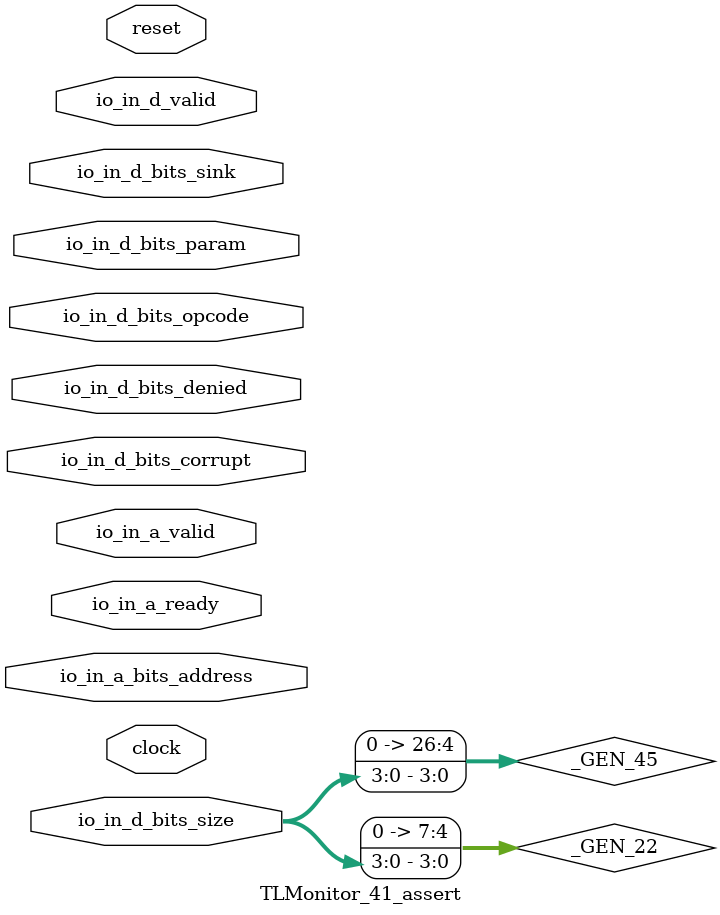
<source format=sv>

`ifndef PRINTF_COND_
  `ifdef PRINTF_COND
    `define PRINTF_COND_ (`PRINTF_COND)
  `else  // PRINTF_COND
    `define PRINTF_COND_ 1
  `endif // PRINTF_COND
`endif // not def PRINTF_COND_

// VCS coverage exclude_file
module TLMonitor_41_assert(
  input [31:0] io_in_a_bits_address,
  input [2:0]  io_in_d_bits_opcode,
  input [3:0]  io_in_d_bits_size,
  input [1:0]  io_in_d_bits_param,
  input        io_in_d_bits_corrupt,
               io_in_d_bits_denied,
               clock,
               reset,
               io_in_a_ready,
               io_in_a_valid,
               io_in_d_valid,
  input [3:0]  io_in_d_bits_sink
);

  wire [31:0] _plusarg_reader_1_out;
  wire [31:0] _plusarg_reader_out;
  wire        _GEN = {io_in_a_bits_address[31:14], ~(io_in_a_bits_address[13:12])} == 20'h0 | {io_in_a_bits_address[31:15], io_in_a_bits_address[13:12]} == 19'h0 | {io_in_a_bits_address[31:17], ~(io_in_a_bits_address[16])} == 16'h0 | {io_in_a_bits_address[31:21], io_in_a_bits_address[20:17] ^ 4'h8, io_in_a_bits_address[15:12]} == 19'h0 | {io_in_a_bits_address[31:26], io_in_a_bits_address[25:16] ^ 10'h200} == 16'h0 | {io_in_a_bits_address[31:26], io_in_a_bits_address[25:12] ^ 14'h2010} == 20'h0 | {io_in_a_bits_address[31:28], ~(io_in_a_bits_address[27:26])} == 6'h0 | {io_in_a_bits_address[31:29], io_in_a_bits_address[28:12] ^ 17'h10020} == 20'h0 | io_in_a_bits_address[31:28] == 4'h8;
  wire        _GEN_0 = io_in_d_bits_opcode != 3'h7;
  wire        d_release_ack = io_in_d_bits_opcode == 3'h6;
  wire        _GEN_1 = io_in_d_bits_param != 2'h3;
  wire        _GEN_2 = io_in_d_bits_param != 2'h2;
  wire        _GEN_3 = ~io_in_d_bits_denied | io_in_d_bits_corrupt;
  wire        _GEN_4 = io_in_d_bits_opcode == 3'h1;
  wire        _a_first_T_1 = io_in_a_ready & io_in_a_valid;
  reg  [7:0]  a_first_counter;
  reg  [2:0]  opcode;
  reg  [2:0]  param;
  reg  [3:0]  size;
  reg         source;
  reg  [31:0] address;
  wire        _GEN_5 = opcode == 3'h4;
  wire        _GEN_6 = size == 4'h6;
  wire        _GEN_7 = io_in_a_bits_address == address;
  reg  [7:0]  d_first_counter;
  reg  [2:0]  opcode_1;
  reg  [1:0]  param_1;
  reg  [3:0]  size_1;
  reg         source_1;
  reg  [3:0]  sink;
  reg         denied;
  wire        _GEN_8 = io_in_d_bits_opcode == opcode_1;
  wire        _GEN_9 = io_in_d_bits_param == param_1;
  wire        _GEN_10 = io_in_d_bits_size == size_1;
  wire        _GEN_11 = io_in_d_bits_sink == sink;
  wire        _GEN_12 = io_in_d_bits_denied == denied;
  reg         inflight;
  reg  [3:0]  inflight_opcodes;
  reg  [7:0]  inflight_sizes;
  reg  [7:0]  a_first_counter_1;
  wire        a_first_1 = a_first_counter_1 == 8'h0;
  reg  [7:0]  d_first_counter_1;
  wire        d_first_1 = d_first_counter_1 == 8'h0;
  wire        _same_cycle_resp_T_1 = io_in_a_valid & a_first_1;
  wire        _GEN_13 = _a_first_T_1 & a_first_1;
  wire        _GEN_14 = io_in_d_valid & d_first_1;
  wire        _GEN_15 = _GEN_14 & ~d_release_ack;
  wire        _GEN_16 = inflight | _same_cycle_resp_T_1;
  wire        _GEN_17 = io_in_d_bits_size == 4'h6;
  wire        _GEN_18 = inflight_opcodes[3:1] == 3'h4 | inflight_opcodes[3:1] == 3'h3 | inflight_opcodes[3:1] == 3'h2;
  wire        _GEN_19 = inflight_opcodes[3:1] == 3'h5;
  wire        _GEN_20 = inflight_opcodes[3:1] == 3'h6;
  wire        _GEN_21 = io_in_d_bits_opcode == ((&(inflight_opcodes[3:1])) | _GEN_20 ? 3'h4 : _GEN_19 ? 3'h2 : {2'h0, _GEN_18}) | io_in_d_bits_opcode == ((&(inflight_opcodes[3:1])) ? 3'h4 : _GEN_20 ? 3'h5 : _GEN_19 ? 3'h2 : {2'h0, _GEN_18});
  wire [7:0]  _GEN_22 = {4'h0, io_in_d_bits_size};
  wire        _GEN_23 = _GEN_22 == {1'h0, inflight_sizes[7:1]};
  wire        _GEN_24 = _same_cycle_resp_T_1 != _GEN_15 | ~_same_cycle_resp_T_1;
  reg  [31:0] watchdog;
  wire        _GEN_25 = ~inflight | _plusarg_reader_out == 32'h0 | watchdog < _plusarg_reader_out;
  reg         inflight_1;
  reg  [7:0]  inflight_sizes_1;
  reg  [7:0]  d_first_counter_2;
  wire        d_first_2 = d_first_counter_2 == 8'h0;
  wire        _GEN_26 = io_in_d_valid & d_first_2 & d_release_ack;
  wire        _GEN_27 = _GEN_22 == {1'h0, inflight_sizes_1[7:1]};
  reg  [31:0] watchdog_1;
  wire        _GEN_28 = ~inflight_1 | _plusarg_reader_1_out == 32'h0 | watchdog_1 < _plusarg_reader_1_out;
  wire        _GEN_29 = io_in_a_valid & ~reset;
  wire        _GEN_30 = io_in_d_valid & ~reset;
  wire        _GEN_31 = io_in_d_valid & d_release_ack & ~reset;
  wire        _GEN_32 = io_in_d_valid & io_in_d_bits_opcode == 3'h4 & ~reset;
  wire        _GEN_33 = io_in_d_valid & io_in_d_bits_opcode == 3'h5 & ~reset;
  wire        _GEN_34 = io_in_d_valid & io_in_d_bits_opcode == 3'h0 & ~reset;
  wire        _GEN_35 = io_in_d_valid & _GEN_4 & ~reset;
  wire        _GEN_36 = io_in_d_valid & io_in_d_bits_opcode == 3'h2 & ~reset;
  wire        _GEN_37 = io_in_a_valid & (|a_first_counter) & ~reset;
  wire        _GEN_38 = io_in_d_valid & (|d_first_counter) & ~reset;
  wire        _GEN_39 = _GEN_13 & ~reset;
  wire        _GEN_40 = _GEN_15 & ~reset;
  wire        _GEN_41 = _GEN_15 & _same_cycle_resp_T_1 & ~reset;
  wire        _GEN_42 = _GEN_15 & ~_same_cycle_resp_T_1 & ~reset;
  wire        _GEN_43 = _GEN_14 & a_first_1 & io_in_a_valid & ~d_release_ack & ~reset;
  wire        _GEN_44 = _GEN_26 & ~reset;
  `ifndef SYNTHESIS
    always @(posedge clock) begin
      if ((`PRINTF_COND_) & _GEN_29 & ~_GEN)
        $fwrite(32'h80000002, "Assertion failed: 'A' channel carries Get type which slave claims it can't support (connected at generators/boom/src/main/scala/common/tile.scala:138:21)\n    at Monitor.scala:42 assert(cond, message)\n");
      if ((`PRINTF_COND_) & _GEN_29 & (|(io_in_a_bits_address[5:0])))
        $fwrite(32'h80000002, "Assertion failed: 'A' channel Get address not aligned to size (connected at generators/boom/src/main/scala/common/tile.scala:138:21)\n    at Monitor.scala:42 assert(cond, message)\n");
      if ((`PRINTF_COND_) & _GEN_30 & ~_GEN_0)
        $fwrite(32'h80000002, "Assertion failed: 'D' channel has invalid opcode (connected at generators/boom/src/main/scala/common/tile.scala:138:21)\n    at Monitor.scala:49 assert(cond, message)\n");
      if ((`PRINTF_COND_) & _GEN_31 & ~(|(io_in_d_bits_size[3:2])))
        $fwrite(32'h80000002, "Assertion failed: 'D' channel ReleaseAck smaller than a beat (connected at generators/boom/src/main/scala/common/tile.scala:138:21)\n    at Monitor.scala:49 assert(cond, message)\n");
      if ((`PRINTF_COND_) & _GEN_31 & (|io_in_d_bits_param))
        $fwrite(32'h80000002, "Assertion failed: 'D' channel ReleaseeAck carries invalid param (connected at generators/boom/src/main/scala/common/tile.scala:138:21)\n    at Monitor.scala:49 assert(cond, message)\n");
      if ((`PRINTF_COND_) & _GEN_31 & io_in_d_bits_corrupt)
        $fwrite(32'h80000002, "Assertion failed: 'D' channel ReleaseAck is corrupt (connected at generators/boom/src/main/scala/common/tile.scala:138:21)\n    at Monitor.scala:49 assert(cond, message)\n");
      if ((`PRINTF_COND_) & _GEN_31 & io_in_d_bits_denied)
        $fwrite(32'h80000002, "Assertion failed: 'D' channel ReleaseAck is denied (connected at generators/boom/src/main/scala/common/tile.scala:138:21)\n    at Monitor.scala:49 assert(cond, message)\n");
      if ((`PRINTF_COND_) & _GEN_32 & ~(|(io_in_d_bits_size[3:2])))
        $fwrite(32'h80000002, "Assertion failed: 'D' channel Grant smaller than a beat (connected at generators/boom/src/main/scala/common/tile.scala:138:21)\n    at Monitor.scala:49 assert(cond, message)\n");
      if ((`PRINTF_COND_) & _GEN_32 & ~_GEN_1)
        $fwrite(32'h80000002, "Assertion failed: 'D' channel Grant carries invalid cap param (connected at generators/boom/src/main/scala/common/tile.scala:138:21)\n    at Monitor.scala:49 assert(cond, message)\n");
      if ((`PRINTF_COND_) & _GEN_32 & ~_GEN_2)
        $fwrite(32'h80000002, "Assertion failed: 'D' channel Grant carries toN param (connected at generators/boom/src/main/scala/common/tile.scala:138:21)\n    at Monitor.scala:49 assert(cond, message)\n");
      if ((`PRINTF_COND_) & _GEN_32 & io_in_d_bits_corrupt)
        $fwrite(32'h80000002, "Assertion failed: 'D' channel Grant is corrupt (connected at generators/boom/src/main/scala/common/tile.scala:138:21)\n    at Monitor.scala:49 assert(cond, message)\n");
      if ((`PRINTF_COND_) & _GEN_33 & ~(|(io_in_d_bits_size[3:2])))
        $fwrite(32'h80000002, "Assertion failed: 'D' channel GrantData smaller than a beat (connected at generators/boom/src/main/scala/common/tile.scala:138:21)\n    at Monitor.scala:49 assert(cond, message)\n");
      if ((`PRINTF_COND_) & _GEN_33 & ~_GEN_1)
        $fwrite(32'h80000002, "Assertion failed: 'D' channel GrantData carries invalid cap param (connected at generators/boom/src/main/scala/common/tile.scala:138:21)\n    at Monitor.scala:49 assert(cond, message)\n");
      if ((`PRINTF_COND_) & _GEN_33 & ~_GEN_2)
        $fwrite(32'h80000002, "Assertion failed: 'D' channel GrantData carries toN param (connected at generators/boom/src/main/scala/common/tile.scala:138:21)\n    at Monitor.scala:49 assert(cond, message)\n");
      if ((`PRINTF_COND_) & _GEN_33 & ~_GEN_3)
        $fwrite(32'h80000002, "Assertion failed: 'D' channel GrantData is denied but not corrupt (connected at generators/boom/src/main/scala/common/tile.scala:138:21)\n    at Monitor.scala:49 assert(cond, message)\n");
      if ((`PRINTF_COND_) & _GEN_34 & (|io_in_d_bits_param))
        $fwrite(32'h80000002, "Assertion failed: 'D' channel AccessAck carries invalid param (connected at generators/boom/src/main/scala/common/tile.scala:138:21)\n    at Monitor.scala:49 assert(cond, message)\n");
      if ((`PRINTF_COND_) & _GEN_34 & io_in_d_bits_corrupt)
        $fwrite(32'h80000002, "Assertion failed: 'D' channel AccessAck is corrupt (connected at generators/boom/src/main/scala/common/tile.scala:138:21)\n    at Monitor.scala:49 assert(cond, message)\n");
      if ((`PRINTF_COND_) & _GEN_35 & (|io_in_d_bits_param))
        $fwrite(32'h80000002, "Assertion failed: 'D' channel AccessAckData carries invalid param (connected at generators/boom/src/main/scala/common/tile.scala:138:21)\n    at Monitor.scala:49 assert(cond, message)\n");
      if ((`PRINTF_COND_) & _GEN_35 & ~_GEN_3)
        $fwrite(32'h80000002, "Assertion failed: 'D' channel AccessAckData is denied but not corrupt (connected at generators/boom/src/main/scala/common/tile.scala:138:21)\n    at Monitor.scala:49 assert(cond, message)\n");
      if ((`PRINTF_COND_) & _GEN_36 & (|io_in_d_bits_param))
        $fwrite(32'h80000002, "Assertion failed: 'D' channel HintAck carries invalid param (connected at generators/boom/src/main/scala/common/tile.scala:138:21)\n    at Monitor.scala:49 assert(cond, message)\n");
      if ((`PRINTF_COND_) & _GEN_36 & io_in_d_bits_corrupt)
        $fwrite(32'h80000002, "Assertion failed: 'D' channel HintAck is corrupt (connected at generators/boom/src/main/scala/common/tile.scala:138:21)\n    at Monitor.scala:49 assert(cond, message)\n");
      if ((`PRINTF_COND_) & _GEN_37 & ~_GEN_5)
        $fwrite(32'h80000002, "Assertion failed: 'A' channel opcode changed within multibeat operation (connected at generators/boom/src/main/scala/common/tile.scala:138:21)\n    at Monitor.scala:42 assert(cond, message)\n");
      if ((`PRINTF_COND_) & _GEN_37 & (|param))
        $fwrite(32'h80000002, "Assertion failed: 'A' channel param changed within multibeat operation (connected at generators/boom/src/main/scala/common/tile.scala:138:21)\n    at Monitor.scala:42 assert(cond, message)\n");
      if ((`PRINTF_COND_) & _GEN_37 & ~_GEN_6)
        $fwrite(32'h80000002, "Assertion failed: 'A' channel size changed within multibeat operation (connected at generators/boom/src/main/scala/common/tile.scala:138:21)\n    at Monitor.scala:42 assert(cond, message)\n");
      if ((`PRINTF_COND_) & _GEN_37 & source)
        $fwrite(32'h80000002, "Assertion failed: 'A' channel source changed within multibeat operation (connected at generators/boom/src/main/scala/common/tile.scala:138:21)\n    at Monitor.scala:42 assert(cond, message)\n");
      if ((`PRINTF_COND_) & _GEN_37 & ~_GEN_7)
        $fwrite(32'h80000002, "Assertion failed: 'A' channel address changed with multibeat operation (connected at generators/boom/src/main/scala/common/tile.scala:138:21)\n    at Monitor.scala:42 assert(cond, message)\n");
      if ((`PRINTF_COND_) & _GEN_38 & ~_GEN_8)
        $fwrite(32'h80000002, "Assertion failed: 'D' channel opcode changed within multibeat operation (connected at generators/boom/src/main/scala/common/tile.scala:138:21)\n    at Monitor.scala:49 assert(cond, message)\n");
      if ((`PRINTF_COND_) & _GEN_38 & ~_GEN_9)
        $fwrite(32'h80000002, "Assertion failed: 'D' channel param changed within multibeat operation (connected at generators/boom/src/main/scala/common/tile.scala:138:21)\n    at Monitor.scala:49 assert(cond, message)\n");
      if ((`PRINTF_COND_) & _GEN_38 & ~_GEN_10)
        $fwrite(32'h80000002, "Assertion failed: 'D' channel size changed within multibeat operation (connected at generators/boom/src/main/scala/common/tile.scala:138:21)\n    at Monitor.scala:49 assert(cond, message)\n");
      if ((`PRINTF_COND_) & _GEN_38 & source_1)
        $fwrite(32'h80000002, "Assertion failed: 'D' channel source changed within multibeat operation (connected at generators/boom/src/main/scala/common/tile.scala:138:21)\n    at Monitor.scala:49 assert(cond, message)\n");
      if ((`PRINTF_COND_) & _GEN_38 & ~_GEN_11)
        $fwrite(32'h80000002, "Assertion failed: 'D' channel sink changed with multibeat operation (connected at generators/boom/src/main/scala/common/tile.scala:138:21)\n    at Monitor.scala:49 assert(cond, message)\n");
      if ((`PRINTF_COND_) & _GEN_38 & ~_GEN_12)
        $fwrite(32'h80000002, "Assertion failed: 'D' channel denied changed with multibeat operation (connected at generators/boom/src/main/scala/common/tile.scala:138:21)\n    at Monitor.scala:49 assert(cond, message)\n");
      if ((`PRINTF_COND_) & _GEN_39 & inflight)
        $fwrite(32'h80000002, "Assertion failed: 'A' channel re-used a source ID (connected at generators/boom/src/main/scala/common/tile.scala:138:21)\n    at Monitor.scala:42 assert(cond, message)\n");
      if ((`PRINTF_COND_) & _GEN_40 & ~_GEN_16)
        $fwrite(32'h80000002, "Assertion failed: 'D' channel acknowledged for nothing inflight (connected at generators/boom/src/main/scala/common/tile.scala:138:21)\n    at Monitor.scala:49 assert(cond, message)\n");
      if ((`PRINTF_COND_) & _GEN_41 & ~_GEN_4)
        $fwrite(32'h80000002, "Assertion failed: 'D' channel contains improper opcode response (connected at generators/boom/src/main/scala/common/tile.scala:138:21)\n    at Monitor.scala:49 assert(cond, message)\n");
      if ((`PRINTF_COND_) & _GEN_41 & ~_GEN_17)
        $fwrite(32'h80000002, "Assertion failed: 'D' channel contains improper response size (connected at generators/boom/src/main/scala/common/tile.scala:138:21)\n    at Monitor.scala:49 assert(cond, message)\n");
      if ((`PRINTF_COND_) & _GEN_42 & ~_GEN_21)
        $fwrite(32'h80000002, "Assertion failed: 'D' channel contains improper opcode response (connected at generators/boom/src/main/scala/common/tile.scala:138:21)\n    at Monitor.scala:49 assert(cond, message)\n");
      if ((`PRINTF_COND_) & _GEN_42 & ~_GEN_23)
        $fwrite(32'h80000002, "Assertion failed: 'D' channel contains improper response size (connected at generators/boom/src/main/scala/common/tile.scala:138:21)\n    at Monitor.scala:49 assert(cond, message)\n");
      if ((`PRINTF_COND_) & _GEN_43 & ~io_in_a_ready)
        $fwrite(32'h80000002, "Assertion failed: ready check\n    at Monitor.scala:49 assert(cond, message)\n");
      if ((`PRINTF_COND_) & ~reset & ~_GEN_24)
        $fwrite(32'h80000002, "Assertion failed: 'A' and 'D' concurrent, despite minlatency 4 (connected at generators/boom/src/main/scala/common/tile.scala:138:21)\n    at Monitor.scala:49 assert(cond, message)\n");
      if ((`PRINTF_COND_) & ~reset & ~_GEN_25)
        $fwrite(32'h80000002, "Assertion failed: TileLink timeout expired (connected at generators/boom/src/main/scala/common/tile.scala:138:21)\n    at Monitor.scala:42 assert(cond, message)\n");
      if ((`PRINTF_COND_) & _GEN_44 & ~inflight_1)
        $fwrite(32'h80000002, "Assertion failed: 'D' channel acknowledged for nothing inflight (connected at generators/boom/src/main/scala/common/tile.scala:138:21)\n    at Monitor.scala:49 assert(cond, message)\n");
      if ((`PRINTF_COND_) & _GEN_44 & ~_GEN_27)
        $fwrite(32'h80000002, "Assertion failed: 'D' channel contains improper response size (connected at generators/boom/src/main/scala/common/tile.scala:138:21)\n    at Monitor.scala:49 assert(cond, message)\n");
      if ((`PRINTF_COND_) & ~reset & ~_GEN_28)
        $fwrite(32'h80000002, "Assertion failed: TileLink timeout expired (connected at generators/boom/src/main/scala/common/tile.scala:138:21)\n    at Monitor.scala:42 assert(cond, message)\n");
    end // always @(posedge)
  `endif // not def SYNTHESIS
  wire [26:0] _GEN_45 = {23'h0, io_in_d_bits_size};
  wire [26:0] _d_first_beats1_decode_T_1 = 27'hFFF << _GEN_45;
  wire [26:0] _d_first_beats1_decode_T_5 = 27'hFFF << _GEN_45;
  wire [26:0] _d_first_beats1_decode_T_9 = 27'hFFF << _GEN_45;
  wire        _GEN_46 = _a_first_T_1 & ~(|a_first_counter);
  wire        _GEN_47 = io_in_d_valid & ~(|d_first_counter);
  always @(posedge clock) begin
    if (_GEN_29) begin
      assert__assert_20: assert(_GEN);
      assert__assert_22: assert(~(|(io_in_a_bits_address[5:0])));
    end
    if (_GEN_30)
      assert__assert_52: assert(_GEN_0);
    if (_GEN_31) begin
      assert__assert_54: assert(|(io_in_d_bits_size[3:2]));
      assert__assert_55: assert(~(|io_in_d_bits_param));
      assert__assert_56: assert(~io_in_d_bits_corrupt);
      assert__assert_57: assert(~io_in_d_bits_denied);
    end
    if (_GEN_32) begin
      assert__assert_60: assert(|(io_in_d_bits_size[3:2]));
      assert__assert_61: assert(_GEN_1);
      assert__assert_62: assert(_GEN_2);
      assert__assert_63: assert(~io_in_d_bits_corrupt);
    end
    if (_GEN_33) begin
      assert__assert_67: assert(|(io_in_d_bits_size[3:2]));
      assert__assert_68: assert(_GEN_1);
      assert__assert_69: assert(_GEN_2);
      assert__assert_70: assert(_GEN_3);
    end
    if (_GEN_34) begin
      assert__assert_73: assert(~(|io_in_d_bits_param));
      assert__assert_74: assert(~io_in_d_bits_corrupt);
    end
    if (_GEN_35) begin
      assert__assert_77: assert(~(|io_in_d_bits_param));
      assert__assert_78: assert(_GEN_3);
    end
    if (_GEN_36) begin
      assert__assert_81: assert(~(|io_in_d_bits_param));
      assert__assert_82: assert(~io_in_d_bits_corrupt);
    end
    if (_GEN_37) begin
      assert__assert_87: assert(_GEN_5);
      assert__assert_88: assert(~(|param));
      assert__assert_89: assert(_GEN_6);
      assert__assert_90: assert(~source);
      assert__assert_91: assert(_GEN_7);
    end
    if (_GEN_38) begin
      assert__assert_92: assert(_GEN_8);
      assert__assert_93: assert(_GEN_9);
      assert__assert_94: assert(_GEN_10);
      assert__assert_95: assert(~source_1);
      assert__assert_96: assert(_GEN_11);
      assert__assert_97: assert(_GEN_12);
    end
    if (_GEN_39)
      assert__assert_98: assert(~inflight);
    if (_GEN_40)
      assert__assert_99: assert(_GEN_16);
    if (_GEN_41) begin
      assert__assert_100: assert(_GEN_4);
      assert__assert_101: assert(_GEN_17);
    end
    if (_GEN_42) begin
      assert__assert_102: assert(_GEN_21);
      assert__assert_103: assert(_GEN_23);
    end
    if (_GEN_43)
      assert__assert_104: assert(io_in_a_ready);
    if (~reset) begin
      assert__assert_105: assert(_GEN_24);
      assert__assert_106: assert(_GEN_25);
    end
    if (_GEN_44) begin
      assert__assert_108: assert(inflight_1);
      assert__assert_110: assert(_GEN_27);
    end
    if (~reset)
      assert__assert_113: assert(_GEN_28);
    if (reset) begin
      a_first_counter <= 8'h0;
      d_first_counter <= 8'h0;
      inflight <= 1'h0;
      inflight_opcodes <= 4'h0;
      inflight_sizes <= 8'h0;
      a_first_counter_1 <= 8'h0;
      d_first_counter_1 <= 8'h0;
      watchdog <= 32'h0;
      inflight_1 <= 1'h0;
      inflight_sizes_1 <= 8'h0;
      d_first_counter_2 <= 8'h0;
      watchdog_1 <= 32'h0;
    end
    else begin
      if (_a_first_T_1) begin
        if (|a_first_counter)
          a_first_counter <= a_first_counter - 8'h1;
        else
          a_first_counter <= 8'h0;
        if (a_first_1)
          a_first_counter_1 <= 8'h0;
        else
          a_first_counter_1 <= a_first_counter_1 - 8'h1;
      end
      if (io_in_d_valid) begin
        if (|d_first_counter)
          d_first_counter <= d_first_counter - 8'h1;
        else if (io_in_d_bits_opcode[0])
          d_first_counter <= ~(_d_first_beats1_decode_T_1[11:4]);
        else
          d_first_counter <= 8'h0;
        if (d_first_1) begin
          if (io_in_d_bits_opcode[0])
            d_first_counter_1 <= ~(_d_first_beats1_decode_T_5[11:4]);
          else
            d_first_counter_1 <= 8'h0;
        end
        else
          d_first_counter_1 <= d_first_counter_1 - 8'h1;
        if (d_first_2) begin
          if (io_in_d_bits_opcode[0])
            d_first_counter_2 <= ~(_d_first_beats1_decode_T_9[11:4]);
          else
            d_first_counter_2 <= 8'h0;
        end
        else
          d_first_counter_2 <= d_first_counter_2 - 8'h1;
        watchdog_1 <= 32'h0;
      end
      else
        watchdog_1 <= watchdog_1 + 32'h1;
      inflight <= (inflight | _GEN_13) & ~_GEN_15;
      inflight_opcodes <= (inflight_opcodes | (_GEN_13 ? 4'h9 : 4'h0)) & ~{4{_GEN_15}};
      inflight_sizes <= (inflight_sizes | (_GEN_13 ? {3'h0, _GEN_13 ? 5'hD : 5'h0} : 8'h0)) & ~{8{_GEN_15}};
      if (_a_first_T_1 | io_in_d_valid)
        watchdog <= 32'h0;
      else
        watchdog <= watchdog + 32'h1;
      inflight_1 <= inflight_1 & ~_GEN_26;
      inflight_sizes_1 <= inflight_sizes_1 & ~{8{_GEN_26}};
    end
    if (_GEN_46) begin
      opcode <= 3'h4;
      param <= 3'h0;
      size <= 4'h6;
      address <= io_in_a_bits_address;
    end
    source <= ~_GEN_46 & source;
    if (_GEN_47) begin
      opcode_1 <= io_in_d_bits_opcode;
      param_1 <= io_in_d_bits_param;
      size_1 <= io_in_d_bits_size;
      sink <= io_in_d_bits_sink;
      denied <= io_in_d_bits_denied;
    end
    source_1 <= ~_GEN_47 & source_1;
  end // always @(posedge)
  plusarg_reader #(
    .DEFAULT(0),
    .FORMAT("tilelink_timeout=%d"),
    .WIDTH(32)
  ) plusarg_reader (
    .out (_plusarg_reader_out)
  );
  plusarg_reader #(
    .DEFAULT(0),
    .FORMAT("tilelink_timeout=%d"),
    .WIDTH(32)
  ) plusarg_reader_1 (
    .out (_plusarg_reader_1_out)
  );
endmodule


</source>
